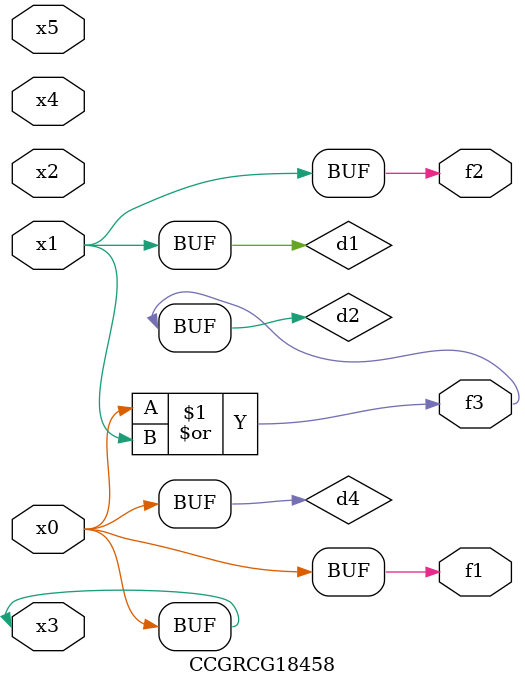
<source format=v>
module CCGRCG18458(
	input x0, x1, x2, x3, x4, x5,
	output f1, f2, f3
);

	wire d1, d2, d3, d4;

	and (d1, x1);
	or (d2, x0, x1);
	nand (d3, x0, x5);
	buf (d4, x0, x3);
	assign f1 = d4;
	assign f2 = d1;
	assign f3 = d2;
endmodule

</source>
